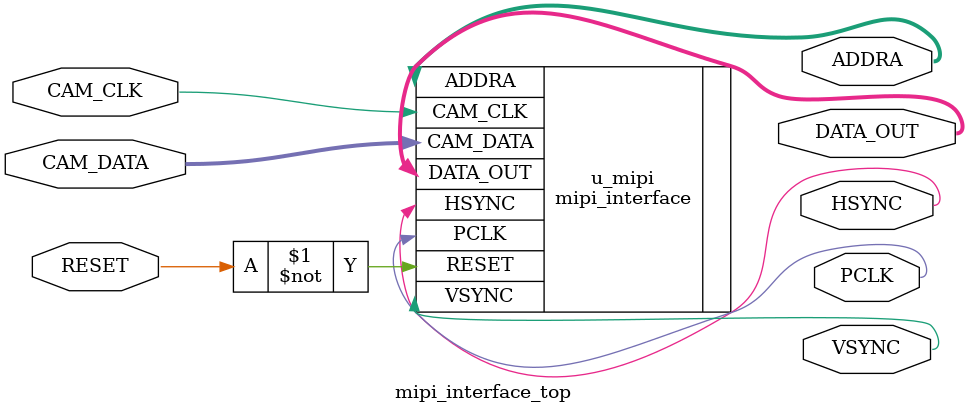
<source format=v>
`timescale 1ns / 1ps


module mipi_interface_top
#(
    parameter integer CAM_DATA_WIDTH = 4,
    parameter integer RAM_DATA_WIDTH = 8
)
(
    // global signal
    input   wire RESET,
    // mipi side
    input   wire [CAM_DATA_WIDTH-1:0]   CAM_DATA,
    input   wire                        CAM_CLK,
	
	
    output wire VSYNC,
    output wire HSYNC,

    output wire PCLK,
    output reg  [15:0] DATA_OUT,
    output reg  [ 9:0] ADDRA
    //for debug
    //(* mark_debug = "true" *) output wire [ 5:0] db_state
);

mipi_interface
#(
    .CAM_DATA_WIDTH(CAM_DATA_WIDTH),
    .RAM_DATA_WIDTH(RAM_DATA_WIDTH)
)u_mipi
(
    // global signal
    .RESET(~RESET),
    // mipi side
    .CAM_DATA(CAM_DATA),
    .CAM_CLK(CAM_CLK),
	
	
    .VSYNC(VSYNC),
    .HSYNC(HSYNC),

    .PCLK(PCLK),
    .DATA_OUT(DATA_OUT),
    .ADDRA(ADDRA)

);
endmodule

</source>
